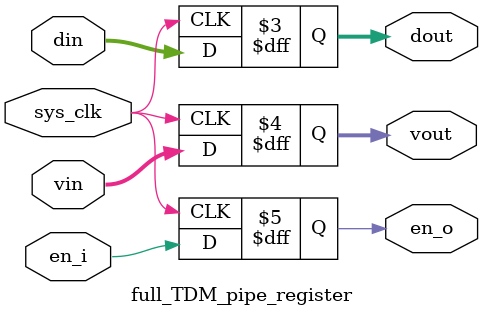
<source format=v>
/*
    The TDM Pipeline is a serial processing pipeline
    to maximize the hardware utilization on the limited
    resources provided by the iCE40-UP5k.

    By multiplexing with time and ensuring processing
    operations take a single cycle (sans terminal 
    summation and normalization), we can use the same
    hardware with no switching to process all data, at the
    cost of reducing throughput by our number of voices.
*/



module TDM_PIPELINE
#(
    parameter D_W = 16,
    parameter ADDR_W = 8,
    parameter BYTE_W = 8,
    parameter NUM_VOICES = 4,
    parameter VOICE_BITS = 2
)
(
    input sys_clk,

    input [(VOICE_BITS - 1):0]TDM_CHANNEL_NUM,
    input [(D_W - 1):0]TDM_DATA_INPUT,
    input TDM_CHANNEL_IS_EN,

    output reg [(D_W - 1):0]TDM_DATA_OUTPUT
    //output [(D_W - 1):0]TDM_DATA_SUMMED
);


/*
    // Pre pipeline processing to remove invalid samples
    wire [(D_W - 1):0]CLEANED_TDM_STREAM;
    wire CLEANED_TDM_ENABLE;
    wire [(VOICE_BITS - 1):0]CLEANED_TDM_CHANNEL;
    insert_zero_sample disabled_channel_data_rejection
    (
        .sys_clk(sys_clk),
        .sample_din(BUFFDAT0),
        .is_chan_enabled(BUFFEN0),
        .vin(BUFFCHANNUM0),
        .sample_dout(CLEANED_TDM_STREAM),
        .sample_enabled(CLEANED_TDM_ENABLE),
        .vout(CLEANED_TDM_CHANNEL)
    );
*/

    /////////////////////////////////////////////////////
    //              END OF PIPELINE SUMMATION
    //                  AND NORMALIZATION
    /////////////////////////////////////////////////////
    wire [(D_W - 1):0]TDM_DATA_SUMMED;
    TDM_TERMINAL_SUMMER END_OF_THE_LINE
    (
        .sys_clk(sys_clk),
        .terminal_input(TDM_DATA_INPUT),      // D_W
        .is_voice_enabled(TDM_CHANNEL_IS_EN),

        .terminal_output(TDM_DATA_SUMMED)
    );

    /////////////////////////////////////////////////////
    initial begin
        TDM_DATA_OUTPUT = {D_W{1'b0}};
    end

    always @ (posedge sys_clk) begin
        TDM_DATA_OUTPUT <= TDM_DATA_SUMMED;
    end
endmodule


////////////////////////////////////////////////////////////
////////////////////////////////////////////////////////////
////////////////////////////////////////////////////////////
////////////////////////////////////////////////////////////
//              MODULES IN PIPELINE
////////////////////////////////////////////////////////////

module TDM_TERMINAL_SUMMER
#(
    parameter D_W = 16,
    parameter NUM_VOICES = 4,
    parameter VOICE_BITS = 2
)
(
    input sys_clk,
    input [(D_W - 1):0]terminal_input,
    input is_voice_enabled,
    output reg [(D_W - 1):0]terminal_output
);

    reg [(D_W + 3):0] accum_20_bit;

    reg [(VOICE_BITS - 1):0]clk_ctr;

    initial begin
        terminal_output     = {D_W{1'b0}};
        accum_20_bit        = {(D_W + 4){1'b0}};
        
        clk_ctr         = {VOICE_BITS{1'b0}};
    end

/*
    Div / 1:
        out = in
    
    Div / 2:
        out = in >> 1
    
    Div / 3:
        out = ((in >> 1) + (in >> 6)) - ((in >> 3) + (in >> 4))

    Div / 4:
        out = in >> 2
*/

    always @ (posedge sys_clk) begin
        clk_ctr <= clk_ctr + 1;

        case (clk_ctr)
            0: begin
                accum_20_bit <= terminal_input;
                terminal_output <= accum_20_bit[17:2];
            end
            1: accum_20_bit <= accum_20_bit + terminal_input;
            2: accum_20_bit <= accum_20_bit + terminal_input;
            3: accum_20_bit <= accum_20_bit + terminal_input;
        endcase

    end
endmodule



module insert_zero_sample
#(
    parameter D_W = 16,
    parameter VOICE_BITS = 2
)
(
    input sys_clk,
    input [(D_W - 1):0]sample_din,
    input [(VOICE_BITS - 1):0]vin,
    input is_chan_enabled,

    output reg [(D_W - 1):0]sample_dout,
    output reg sample_enabled,
    output reg [(VOICE_BITS - 1):0]vout
);

    reg [(D_W - 1):0]t_zero;

    initial begin
        t_zero = {D_W{1'b0}};
        sample_dout = {D_W {1'b0}};
        sample_enabled = 1'b0;
        vout = {VOICE_BITS{1'b0}};
    end


    always @ (posedge sys_clk) begin
        if(is_chan_enabled) sample_dout <= sample_din;
        else sample_dout <= t_zero;

        sample_enabled <= is_chan_enabled;
        vout <= vin;
    end
endmodule





module full_TDM_pipe_register
#(
    parameter D_W = 16,
    parameter VOICE_BITS = 2
)
(
    input sys_clk,

    input en_i,
    input [(VOICE_BITS - 1):0]vin,
    input [(D_W - 1):0]din,

    output reg [(D_W - 1):0]dout,
    output reg [(VOICE_BITS - 1):0]vout,
    output reg en_o
);



    initial begin
        dout = {D_W {1'b0}};
        vout = {VOICE_BITS{1'b0}};
        en_o = 1'b0;
    end

    always @ (posedge sys_clk) begin
        dout <= din;
        vout <= vin;
        en_o <= en_i;
    end

endmodule
</source>
